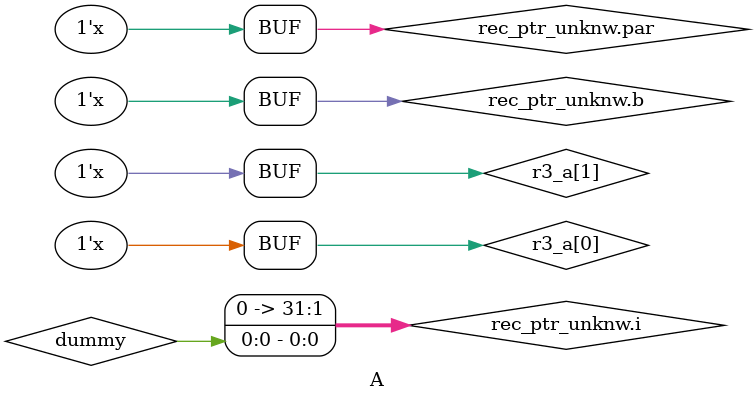
<source format=sv>

module B_top // "b_mod"
(
);


//------------------------------------------------------------------------------

A a_mod
(

);

endmodule



//==============================================================================
//
// Module: A (test_ptr_arr_method.cpp:72:5)
//
module A // "b_mod.a_mod"
(
);

// SystemC signals
logic dummy;

//------------------------------------------------------------------------------
// Method process: rec_ptr_simple (test_ptr_arr_method.cpp:46:5) 

// Process-local variables
logic r1_a[2];

always_comb 
begin : rec_ptr_simple     // test_ptr_arr_method.cpp:46:5
    logic b;
    logic TMP_0;
    b = r1_a[0];
    // Call getData() begin
    TMP_0 = r1_a[1];
    // Call getData() end
    b = TMP_0;
end

//------------------------------------------------------------------------------
// Method process: rec_ptr_loop (test_ptr_arr_method.cpp:52:5) 

// Process-local variables
logic r2_a[2];

always_comb 
begin : rec_ptr_loop     // test_ptr_arr_method.cpp:52:5
    logic b;
    logic TMP_0;
    b = 0;
    for (integer i = 0; i < 2; i++)
    begin
        // Call getData() begin
        TMP_0 = r2_a[i];
        // Call getData() end
        b = b || TMP_0;
    end
end

//------------------------------------------------------------------------------
// Method process: rec_ptr_unknw (test_ptr_arr_method.cpp:61:5) 

// Process-local variables
logic r3_a[2];

always_comb 
begin : rec_ptr_unknw     // test_ptr_arr_method.cpp:61:5
    integer i;
    logic b;
    logic par;
    i = dummy;
    b = r3_a[i];
    par = !b;
    // Call setData() begin
    r3_a[i] = par;
    // Call setData() end
end

endmodule



</source>
